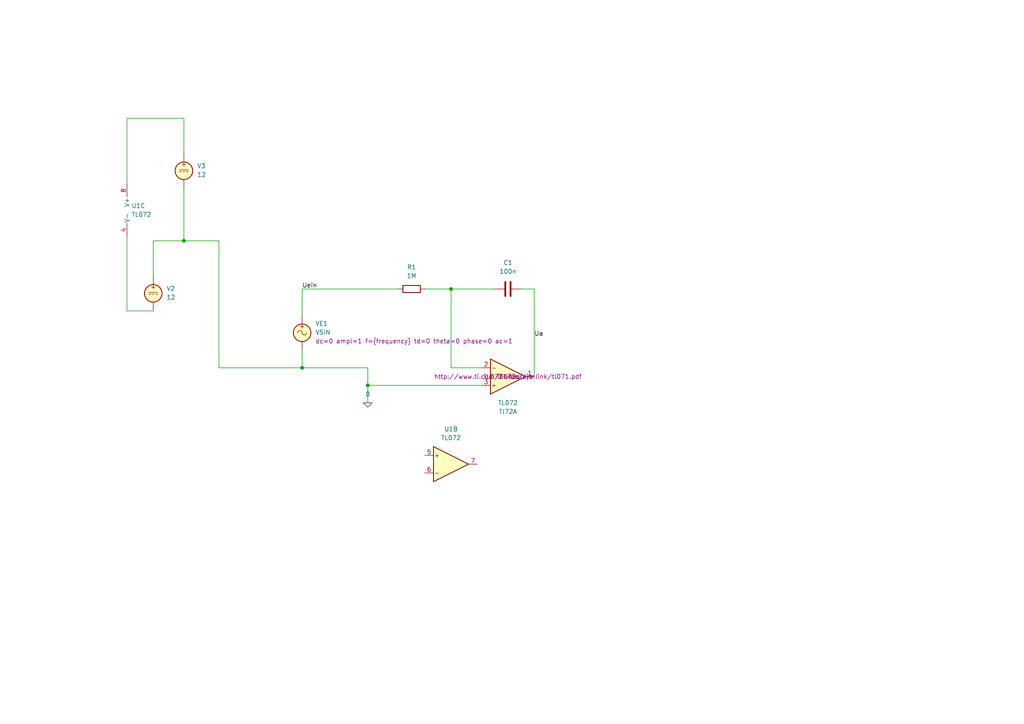
<source format=kicad_sch>
(kicad_sch (version 20230121) (generator eeschema)

  (uuid a0d6be7d-dc17-4140-af3a-dd06a84ffc83)

  (paper "A4")

  (lib_symbols
    (symbol "Amplifier_Operational:TL072" (pin_names (offset 0.127)) (in_bom yes) (on_board yes)
      (property "Reference" "U" (at 0 5.08 0)
        (effects (font (size 1.27 1.27)) (justify left))
      )
      (property "Value" "TL072" (at 0 -5.08 0)
        (effects (font (size 1.27 1.27)) (justify left))
      )
      (property "Footprint" "" (at 0 0 0)
        (effects (font (size 1.27 1.27)) hide)
      )
      (property "Datasheet" "http://www.ti.com/lit/ds/symlink/tl071.pdf" (at 0 0 0)
        (effects (font (size 1.27 1.27)) hide)
      )
      (property "ki_locked" "" (at 0 0 0)
        (effects (font (size 1.27 1.27)))
      )
      (property "ki_keywords" "dual opamp" (at 0 0 0)
        (effects (font (size 1.27 1.27)) hide)
      )
      (property "ki_description" "Dual Low-Noise JFET-Input Operational Amplifiers, DIP-8/SOIC-8" (at 0 0 0)
        (effects (font (size 1.27 1.27)) hide)
      )
      (property "ki_fp_filters" "SOIC*3.9x4.9mm*P1.27mm* DIP*W7.62mm* TO*99* OnSemi*Micro8* TSSOP*3x3mm*P0.65mm* TSSOP*4.4x3mm*P0.65mm* MSOP*3x3mm*P0.65mm* SSOP*3.9x4.9mm*P0.635mm* LFCSP*2x2mm*P0.5mm* *SIP* SOIC*5.3x6.2mm*P1.27mm*" (at 0 0 0)
        (effects (font (size 1.27 1.27)) hide)
      )
      (symbol "TL072_1_1"
        (polyline
          (pts
            (xy -5.08 5.08)
            (xy 5.08 0)
            (xy -5.08 -5.08)
            (xy -5.08 5.08)
          )
          (stroke (width 0.254) (type default))
          (fill (type background))
        )
        (pin output line (at 7.62 0 180) (length 2.54)
          (name "~" (effects (font (size 1.27 1.27))))
          (number "1" (effects (font (size 1.27 1.27))))
        )
        (pin input line (at -7.62 -2.54 0) (length 2.54)
          (name "-" (effects (font (size 1.27 1.27))))
          (number "2" (effects (font (size 1.27 1.27))))
        )
        (pin input line (at -7.62 2.54 0) (length 2.54)
          (name "+" (effects (font (size 1.27 1.27))))
          (number "3" (effects (font (size 1.27 1.27))))
        )
      )
      (symbol "TL072_2_1"
        (polyline
          (pts
            (xy -5.08 5.08)
            (xy 5.08 0)
            (xy -5.08 -5.08)
            (xy -5.08 5.08)
          )
          (stroke (width 0.254) (type default))
          (fill (type background))
        )
        (pin input line (at -7.62 2.54 0) (length 2.54)
          (name "+" (effects (font (size 1.27 1.27))))
          (number "5" (effects (font (size 1.27 1.27))))
        )
        (pin input line (at -7.62 -2.54 0) (length 2.54)
          (name "-" (effects (font (size 1.27 1.27))))
          (number "6" (effects (font (size 1.27 1.27))))
        )
        (pin output line (at 7.62 0 180) (length 2.54)
          (name "~" (effects (font (size 1.27 1.27))))
          (number "7" (effects (font (size 1.27 1.27))))
        )
      )
      (symbol "TL072_3_1"
        (pin power_in line (at -2.54 -7.62 90) (length 3.81)
          (name "V-" (effects (font (size 1.27 1.27))))
          (number "4" (effects (font (size 1.27 1.27))))
        )
        (pin power_in line (at -2.54 7.62 270) (length 3.81)
          (name "V+" (effects (font (size 1.27 1.27))))
          (number "8" (effects (font (size 1.27 1.27))))
        )
      )
    )
    (symbol "Device:C" (pin_numbers hide) (pin_names (offset 0.254)) (in_bom yes) (on_board yes)
      (property "Reference" "C" (at 0.635 2.54 0)
        (effects (font (size 1.27 1.27)) (justify left))
      )
      (property "Value" "C" (at 0.635 -2.54 0)
        (effects (font (size 1.27 1.27)) (justify left))
      )
      (property "Footprint" "" (at 0.9652 -3.81 0)
        (effects (font (size 1.27 1.27)) hide)
      )
      (property "Datasheet" "~" (at 0 0 0)
        (effects (font (size 1.27 1.27)) hide)
      )
      (property "ki_keywords" "cap capacitor" (at 0 0 0)
        (effects (font (size 1.27 1.27)) hide)
      )
      (property "ki_description" "Unpolarized capacitor" (at 0 0 0)
        (effects (font (size 1.27 1.27)) hide)
      )
      (property "ki_fp_filters" "C_*" (at 0 0 0)
        (effects (font (size 1.27 1.27)) hide)
      )
      (symbol "C_0_1"
        (polyline
          (pts
            (xy -2.032 -0.762)
            (xy 2.032 -0.762)
          )
          (stroke (width 0.508) (type default))
          (fill (type none))
        )
        (polyline
          (pts
            (xy -2.032 0.762)
            (xy 2.032 0.762)
          )
          (stroke (width 0.508) (type default))
          (fill (type none))
        )
      )
      (symbol "C_1_1"
        (pin passive line (at 0 3.81 270) (length 2.794)
          (name "~" (effects (font (size 1.27 1.27))))
          (number "1" (effects (font (size 1.27 1.27))))
        )
        (pin passive line (at 0 -3.81 90) (length 2.794)
          (name "~" (effects (font (size 1.27 1.27))))
          (number "2" (effects (font (size 1.27 1.27))))
        )
      )
    )
    (symbol "Device:R" (pin_numbers hide) (pin_names (offset 0)) (in_bom yes) (on_board yes)
      (property "Reference" "R" (at 2.032 0 90)
        (effects (font (size 1.27 1.27)))
      )
      (property "Value" "R" (at 0 0 90)
        (effects (font (size 1.27 1.27)))
      )
      (property "Footprint" "" (at -1.778 0 90)
        (effects (font (size 1.27 1.27)) hide)
      )
      (property "Datasheet" "~" (at 0 0 0)
        (effects (font (size 1.27 1.27)) hide)
      )
      (property "ki_keywords" "R res resistor" (at 0 0 0)
        (effects (font (size 1.27 1.27)) hide)
      )
      (property "ki_description" "Resistor" (at 0 0 0)
        (effects (font (size 1.27 1.27)) hide)
      )
      (property "ki_fp_filters" "R_*" (at 0 0 0)
        (effects (font (size 1.27 1.27)) hide)
      )
      (symbol "R_0_1"
        (rectangle (start -1.016 -2.54) (end 1.016 2.54)
          (stroke (width 0.254) (type default))
          (fill (type none))
        )
      )
      (symbol "R_1_1"
        (pin passive line (at 0 3.81 270) (length 1.27)
          (name "~" (effects (font (size 1.27 1.27))))
          (number "1" (effects (font (size 1.27 1.27))))
        )
        (pin passive line (at 0 -3.81 90) (length 1.27)
          (name "~" (effects (font (size 1.27 1.27))))
          (number "2" (effects (font (size 1.27 1.27))))
        )
      )
    )
    (symbol "Simulation_SPICE:0" (power) (pin_names (offset 0)) (in_bom yes) (on_board yes)
      (property "Reference" "#GND" (at 0 -2.54 0)
        (effects (font (size 1.27 1.27)) hide)
      )
      (property "Value" "0" (at 0 -1.778 0)
        (effects (font (size 1.27 1.27)))
      )
      (property "Footprint" "" (at 0 0 0)
        (effects (font (size 1.27 1.27)) hide)
      )
      (property "Datasheet" "~" (at 0 0 0)
        (effects (font (size 1.27 1.27)) hide)
      )
      (property "ki_keywords" "simulation" (at 0 0 0)
        (effects (font (size 1.27 1.27)) hide)
      )
      (property "ki_description" "0V reference potential for simulation" (at 0 0 0)
        (effects (font (size 1.27 1.27)) hide)
      )
      (symbol "0_0_1"
        (polyline
          (pts
            (xy -1.27 0)
            (xy 0 -1.27)
            (xy 1.27 0)
            (xy -1.27 0)
          )
          (stroke (width 0) (type default))
          (fill (type none))
        )
      )
      (symbol "0_1_1"
        (pin power_in line (at 0 0 0) (length 0) hide
          (name "0" (effects (font (size 1.016 1.016))))
          (number "1" (effects (font (size 1.016 1.016))))
        )
      )
    )
    (symbol "Simulation_SPICE:VDC" (pin_numbers hide) (pin_names (offset 0.0254)) (in_bom yes) (on_board yes)
      (property "Reference" "V" (at 2.54 2.54 0)
        (effects (font (size 1.27 1.27)) (justify left))
      )
      (property "Value" "1" (at 2.54 0 0)
        (effects (font (size 1.27 1.27)) (justify left))
      )
      (property "Footprint" "" (at 0 0 0)
        (effects (font (size 1.27 1.27)) hide)
      )
      (property "Datasheet" "~" (at 0 0 0)
        (effects (font (size 1.27 1.27)) hide)
      )
      (property "Sim.Pins" "1=+ 2=-" (at 0 0 0)
        (effects (font (size 1.27 1.27)) hide)
      )
      (property "Sim.Type" "DC" (at 0 0 0)
        (effects (font (size 1.27 1.27)) hide)
      )
      (property "Sim.Device" "V" (at 0 0 0)
        (effects (font (size 1.27 1.27)) (justify left) hide)
      )
      (property "ki_keywords" "simulation" (at 0 0 0)
        (effects (font (size 1.27 1.27)) hide)
      )
      (property "ki_description" "Voltage source, DC" (at 0 0 0)
        (effects (font (size 1.27 1.27)) hide)
      )
      (symbol "VDC_0_0"
        (polyline
          (pts
            (xy -1.27 0.254)
            (xy 1.27 0.254)
          )
          (stroke (width 0) (type default))
          (fill (type none))
        )
        (polyline
          (pts
            (xy -0.762 -0.254)
            (xy -1.27 -0.254)
          )
          (stroke (width 0) (type default))
          (fill (type none))
        )
        (polyline
          (pts
            (xy 0.254 -0.254)
            (xy -0.254 -0.254)
          )
          (stroke (width 0) (type default))
          (fill (type none))
        )
        (polyline
          (pts
            (xy 1.27 -0.254)
            (xy 0.762 -0.254)
          )
          (stroke (width 0) (type default))
          (fill (type none))
        )
        (text "+" (at 0 1.905 0)
          (effects (font (size 1.27 1.27)))
        )
      )
      (symbol "VDC_0_1"
        (circle (center 0 0) (radius 2.54)
          (stroke (width 0.254) (type default))
          (fill (type background))
        )
      )
      (symbol "VDC_1_1"
        (pin passive line (at 0 5.08 270) (length 2.54)
          (name "~" (effects (font (size 1.27 1.27))))
          (number "1" (effects (font (size 1.27 1.27))))
        )
        (pin passive line (at 0 -5.08 90) (length 2.54)
          (name "~" (effects (font (size 1.27 1.27))))
          (number "2" (effects (font (size 1.27 1.27))))
        )
      )
    )
    (symbol "Simulation_SPICE:VSIN" (pin_numbers hide) (pin_names (offset 0.0254)) (in_bom yes) (on_board yes)
      (property "Reference" "V" (at 2.54 2.54 0)
        (effects (font (size 1.27 1.27)) (justify left))
      )
      (property "Value" "VSIN" (at 2.54 0 0)
        (effects (font (size 1.27 1.27)) (justify left))
      )
      (property "Footprint" "" (at 0 0 0)
        (effects (font (size 1.27 1.27)) hide)
      )
      (property "Datasheet" "~" (at 0 0 0)
        (effects (font (size 1.27 1.27)) hide)
      )
      (property "Sim.Pins" "1=+ 2=-" (at 0 0 0)
        (effects (font (size 1.27 1.27)) hide)
      )
      (property "Sim.Params" "dc=0 ampl=1 f=1k ac=1" (at 2.54 -2.54 0)
        (effects (font (size 1.27 1.27)) (justify left))
      )
      (property "Sim.Type" "SIN" (at 0 0 0)
        (effects (font (size 1.27 1.27)) hide)
      )
      (property "Sim.Device" "V" (at 0 0 0)
        (effects (font (size 1.27 1.27)) (justify left) hide)
      )
      (property "ki_keywords" "simulation ac vac" (at 0 0 0)
        (effects (font (size 1.27 1.27)) hide)
      )
      (property "ki_description" "Voltage source, sinusoidal" (at 0 0 0)
        (effects (font (size 1.27 1.27)) hide)
      )
      (symbol "VSIN_0_0"
        (arc (start 0 0) (mid -0.635 0.6323) (end -1.27 0)
          (stroke (width 0) (type default))
          (fill (type none))
        )
        (arc (start 0 0) (mid 0.635 -0.6323) (end 1.27 0)
          (stroke (width 0) (type default))
          (fill (type none))
        )
        (text "+" (at 0 1.905 0)
          (effects (font (size 1.27 1.27)))
        )
      )
      (symbol "VSIN_0_1"
        (circle (center 0 0) (radius 2.54)
          (stroke (width 0.254) (type default))
          (fill (type background))
        )
      )
      (symbol "VSIN_1_1"
        (pin passive line (at 0 5.08 270) (length 2.54)
          (name "~" (effects (font (size 1.27 1.27))))
          (number "1" (effects (font (size 1.27 1.27))))
        )
        (pin passive line (at 0 -5.08 90) (length 2.54)
          (name "~" (effects (font (size 1.27 1.27))))
          (number "2" (effects (font (size 1.27 1.27))))
        )
      )
    )
  )

  (junction (at 130.81 83.82) (diameter 0) (color 0 0 0 0)
    (uuid 1f35fd92-9f48-4cac-90cb-c38c084c738f)
  )
  (junction (at 53.34 69.85) (diameter 0) (color 0 0 0 0)
    (uuid 86252a3a-48c5-44c5-b7c2-a5f700e6abfb)
  )
  (junction (at 87.63 106.68) (diameter 0) (color 0 0 0 0)
    (uuid cc3160a8-bafb-4e8a-bc64-91debfc21402)
  )
  (junction (at 106.68 111.76) (diameter 0) (color 0 0 0 0)
    (uuid e516277c-6c88-4af1-a7df-3ee067d8c257)
  )

  (wire (pts (xy 44.45 90.17) (xy 36.83 90.17))
    (stroke (width 0) (type default))
    (uuid 02f81055-2402-4705-92b7-ca64823c6e75)
  )
  (wire (pts (xy 139.7 106.68) (xy 130.81 106.68))
    (stroke (width 0) (type default))
    (uuid 165f7539-cdb9-4671-af8a-ae2e5f916802)
  )
  (wire (pts (xy 106.68 106.68) (xy 106.68 111.76))
    (stroke (width 0) (type default))
    (uuid 3c7e9846-ff82-4885-b90b-35f4024cfe4a)
  )
  (wire (pts (xy 87.63 83.82) (xy 87.63 91.44))
    (stroke (width 0) (type default))
    (uuid 3daa52b0-0ea2-4a77-be4d-7af8858def61)
  )
  (wire (pts (xy 106.68 106.68) (xy 87.63 106.68))
    (stroke (width 0) (type default))
    (uuid 55351f52-36da-4d3a-acba-ee89c4a42f66)
  )
  (wire (pts (xy 106.68 111.76) (xy 106.68 116.84))
    (stroke (width 0) (type default))
    (uuid 574781a6-846a-45f3-a62e-6595103c47cc)
  )
  (wire (pts (xy 87.63 101.6) (xy 87.63 106.68))
    (stroke (width 0) (type default))
    (uuid 7b9a8a62-81c0-4e81-a500-d2e449367006)
  )
  (wire (pts (xy 154.94 83.82) (xy 151.13 83.82))
    (stroke (width 0) (type default))
    (uuid 8486a0c4-d956-4db6-ab66-1f8f3b0e541a)
  )
  (wire (pts (xy 36.83 34.29) (xy 36.83 53.34))
    (stroke (width 0) (type default))
    (uuid 866e76a0-5915-497a-a54d-c31a96e519f0)
  )
  (wire (pts (xy 106.68 111.76) (xy 139.7 111.76))
    (stroke (width 0) (type default))
    (uuid 8894621d-c6b5-4777-93a2-e97201ba0788)
  )
  (wire (pts (xy 63.5 106.68) (xy 63.5 69.85))
    (stroke (width 0) (type default))
    (uuid 88c4765e-8d63-4515-8c93-24c48b0afbcb)
  )
  (wire (pts (xy 130.81 83.82) (xy 143.51 83.82))
    (stroke (width 0) (type default))
    (uuid 913c1c15-649b-46b0-a59e-47128f0b8f5d)
  )
  (wire (pts (xy 63.5 69.85) (xy 53.34 69.85))
    (stroke (width 0) (type default))
    (uuid 9296fdb7-fcdc-4fea-9812-f44b8bc846ba)
  )
  (wire (pts (xy 130.81 83.82) (xy 130.81 106.68))
    (stroke (width 0) (type default))
    (uuid a90e3185-ab4a-4a10-a728-d54356b80da2)
  )
  (wire (pts (xy 44.45 80.01) (xy 44.45 69.85))
    (stroke (width 0) (type default))
    (uuid ad6cc981-a97b-404e-a404-e7df8c271493)
  )
  (wire (pts (xy 123.19 83.82) (xy 130.81 83.82))
    (stroke (width 0) (type default))
    (uuid ae08ae5d-fde6-4ea2-9c83-1ddf062fd0a3)
  )
  (wire (pts (xy 44.45 69.85) (xy 53.34 69.85))
    (stroke (width 0) (type default))
    (uuid b64a0165-f491-4026-bc26-9fb3c938dc60)
  )
  (wire (pts (xy 154.94 83.82) (xy 154.94 109.22))
    (stroke (width 0) (type default))
    (uuid bc0c08c6-e1ec-4cc3-85f1-8d9d5a9c29f1)
  )
  (wire (pts (xy 53.34 34.29) (xy 36.83 34.29))
    (stroke (width 0) (type default))
    (uuid c8f142e7-1567-40cf-a7a7-4756f2621efc)
  )
  (wire (pts (xy 115.57 83.82) (xy 87.63 83.82))
    (stroke (width 0) (type default))
    (uuid d4804765-a759-4ca5-ab4d-aa08192f3f80)
  )
  (wire (pts (xy 53.34 44.45) (xy 53.34 34.29))
    (stroke (width 0) (type default))
    (uuid dd00f2fc-04bc-4fff-ab5d-de5b9e3efe1a)
  )
  (wire (pts (xy 36.83 68.58) (xy 36.83 90.17))
    (stroke (width 0) (type default))
    (uuid e57cc661-7e38-4384-9aec-a58b6150f77c)
  )
  (wire (pts (xy 53.34 69.85) (xy 53.34 54.61))
    (stroke (width 0) (type default))
    (uuid f47be158-df7a-4c81-83f0-b059b6cfaace)
  )
  (wire (pts (xy 87.63 106.68) (xy 63.5 106.68))
    (stroke (width 0) (type default))
    (uuid fc99ac9c-f19c-4ca4-b3d5-97e85b38035d)
  )

  (label "Ua" (at 154.94 97.79 0) (fields_autoplaced)
    (effects (font (size 1.27 1.27)) (justify left bottom))
    (uuid 7e3df5a3-0ce2-4ada-a24c-f9458b09ddda)
  )
  (label "Uein" (at 87.63 83.82 0) (fields_autoplaced)
    (effects (font (size 1.27 1.27)) (justify left bottom))
    (uuid b1f9b521-b933-4abb-aa90-3d9ee656b9b3)
  )

  (symbol (lib_id "Device:C") (at 147.32 83.82 90) (unit 1)
    (in_bom yes) (on_board yes) (dnp no) (fields_autoplaced)
    (uuid 23a299bc-1994-4951-861f-8a8dd629ca8e)
    (property "Reference" "C1" (at 147.32 76.2 90)
      (effects (font (size 1.27 1.27)))
    )
    (property "Value" "100n" (at 147.32 78.74 90)
      (effects (font (size 1.27 1.27)))
    )
    (property "Footprint" "" (at 151.13 82.8548 0)
      (effects (font (size 1.27 1.27)) hide)
    )
    (property "Datasheet" "~" (at 147.32 83.82 0)
      (effects (font (size 1.27 1.27)) hide)
    )
    (property "Sim.Device" "C" (at 147.32 83.82 0)
      (effects (font (size 1.27 1.27)) hide)
    )
    (property "Sim.Pins" "1=+ 2=-" (at 147.32 83.82 0)
      (effects (font (size 1.27 1.27)) hide)
    )
    (pin "1" (uuid d00bca0d-59e2-4e4d-ba35-8205131f2944))
    (pin "2" (uuid c5f77afa-fd04-465d-9a15-4854044b273e))
    (instances
      (project "3"
        (path "/a0d6be7d-dc17-4140-af3a-dd06a84ffc83"
          (reference "C1") (unit 1)
        )
      )
    )
  )

  (symbol (lib_id "Simulation_SPICE:VDC") (at 44.45 85.09 0) (unit 1)
    (in_bom yes) (on_board yes) (dnp no) (fields_autoplaced)
    (uuid 4a9780d9-4abb-4bb7-b1d5-8668617a5cbe)
    (property "Reference" "V2" (at 48.26 83.6902 0)
      (effects (font (size 1.27 1.27)) (justify left))
    )
    (property "Value" "12" (at 48.26 86.2302 0)
      (effects (font (size 1.27 1.27)) (justify left))
    )
    (property "Footprint" "" (at 44.45 85.09 0)
      (effects (font (size 1.27 1.27)) hide)
    )
    (property "Datasheet" "~" (at 44.45 85.09 0)
      (effects (font (size 1.27 1.27)) hide)
    )
    (property "Sim.Pins" "1=+ 2=-" (at 44.45 85.09 0)
      (effects (font (size 1.27 1.27)) hide)
    )
    (property "Sim.Type" "DC" (at 44.45 85.09 0)
      (effects (font (size 1.27 1.27)) hide)
    )
    (property "Sim.Device" "V" (at 44.45 85.09 0)
      (effects (font (size 1.27 1.27)) (justify left) hide)
    )
    (pin "2" (uuid 1f848146-83f7-40b4-be5f-39220f8c7245))
    (pin "1" (uuid 5b853a9f-44f8-46ad-ada1-478ca37e9f15))
    (instances
      (project "3"
        (path "/a0d6be7d-dc17-4140-af3a-dd06a84ffc83"
          (reference "V2") (unit 1)
        )
      )
    )
  )

  (symbol (lib_id "Simulation_SPICE:0") (at 106.68 116.84 0) (unit 1)
    (in_bom yes) (on_board yes) (dnp no) (fields_autoplaced)
    (uuid 5bb1830c-0dea-47f2-930d-de68e243c162)
    (property "Reference" "#GND01" (at 106.68 119.38 0)
      (effects (font (size 1.27 1.27)) hide)
    )
    (property "Value" "0" (at 106.68 114.3 0)
      (effects (font (size 1.27 1.27)))
    )
    (property "Footprint" "" (at 106.68 116.84 0)
      (effects (font (size 1.27 1.27)) hide)
    )
    (property "Datasheet" "~" (at 106.68 116.84 0)
      (effects (font (size 1.27 1.27)) hide)
    )
    (pin "1" (uuid 15725f75-be4e-465a-bf2e-44548a095aff))
    (instances
      (project "3"
        (path "/a0d6be7d-dc17-4140-af3a-dd06a84ffc83"
          (reference "#GND01") (unit 1)
        )
      )
    )
  )

  (symbol (lib_id "Simulation_SPICE:VDC") (at 53.34 49.53 0) (unit 1)
    (in_bom yes) (on_board yes) (dnp no) (fields_autoplaced)
    (uuid aac2a6bf-a83a-45d9-8415-26aac6f2d3e6)
    (property "Reference" "V3" (at 57.15 48.1302 0)
      (effects (font (size 1.27 1.27)) (justify left))
    )
    (property "Value" "12" (at 57.15 50.6702 0)
      (effects (font (size 1.27 1.27)) (justify left))
    )
    (property "Footprint" "" (at 53.34 49.53 0)
      (effects (font (size 1.27 1.27)) hide)
    )
    (property "Datasheet" "~" (at 53.34 49.53 0)
      (effects (font (size 1.27 1.27)) hide)
    )
    (property "Sim.Pins" "1=+ 2=-" (at 53.34 49.53 0)
      (effects (font (size 1.27 1.27)) hide)
    )
    (property "Sim.Type" "DC" (at 53.34 49.53 0)
      (effects (font (size 1.27 1.27)) hide)
    )
    (property "Sim.Device" "V" (at 53.34 49.53 0)
      (effects (font (size 1.27 1.27)) (justify left) hide)
    )
    (pin "2" (uuid f0671fb6-8fed-4f69-935a-606c40236b77))
    (pin "1" (uuid c2aa18d2-dced-45c1-a4e9-b1acc9c412fe))
    (instances
      (project "3"
        (path "/a0d6be7d-dc17-4140-af3a-dd06a84ffc83"
          (reference "V3") (unit 1)
        )
      )
    )
  )

  (symbol (lib_id "Device:R") (at 119.38 83.82 90) (unit 1)
    (in_bom yes) (on_board yes) (dnp no) (fields_autoplaced)
    (uuid af979050-c4a8-4a3b-9f6a-9ebda04ab292)
    (property "Reference" "R1" (at 119.38 77.47 90)
      (effects (font (size 1.27 1.27)))
    )
    (property "Value" "1M" (at 119.38 80.01 90)
      (effects (font (size 1.27 1.27)))
    )
    (property "Footprint" "" (at 119.38 85.598 90)
      (effects (font (size 1.27 1.27)) hide)
    )
    (property "Datasheet" "~" (at 119.38 83.82 0)
      (effects (font (size 1.27 1.27)) hide)
    )
    (pin "2" (uuid 1bc8296c-56e4-4382-893c-3095d961ad54))
    (pin "1" (uuid 5f6878f6-c8b8-416e-9cac-ccb5267f8bba))
    (instances
      (project "3"
        (path "/a0d6be7d-dc17-4140-af3a-dd06a84ffc83"
          (reference "R1") (unit 1)
        )
      )
    )
  )

  (symbol (lib_id "Simulation_SPICE:VSIN") (at 87.63 96.52 0) (unit 1)
    (in_bom yes) (on_board yes) (dnp no) (fields_autoplaced)
    (uuid b1d42a12-d409-453d-ae0d-87399f820a9a)
    (property "Reference" "VE1" (at 91.44 93.8502 0)
      (effects (font (size 1.27 1.27)) (justify left))
    )
    (property "Value" "VSIN" (at 91.44 96.3902 0)
      (effects (font (size 1.27 1.27)) (justify left))
    )
    (property "Footprint" "" (at 87.63 96.52 0)
      (effects (font (size 1.27 1.27)) hide)
    )
    (property "Datasheet" "~" (at 87.63 96.52 0)
      (effects (font (size 1.27 1.27)) hide)
    )
    (property "Sim.Pins" "1=+ 2=-" (at 87.63 96.52 0)
      (effects (font (size 1.27 1.27)) hide)
    )
    (property "Sim.Params" "dc=0 ampl=1 f={frequency} td=0 theta=0 phase=0 ac=1" (at 91.44 98.9302 0)
      (effects (font (size 1.27 1.27)) (justify left))
    )
    (property "Sim.Type" "SIN" (at 87.63 96.52 0)
      (effects (font (size 1.27 1.27)) hide)
    )
    (property "Sim.Device" "V" (at 87.63 96.52 0)
      (effects (font (size 1.27 1.27)) (justify left) hide)
    )
    (pin "1" (uuid 971c9086-ca18-4f94-bb16-64f540aa58aa))
    (pin "2" (uuid c5d037e6-3a7d-4559-87df-8505861b56a6))
    (instances
      (project "3"
        (path "/a0d6be7d-dc17-4140-af3a-dd06a84ffc83"
          (reference "VE1") (unit 1)
        )
      )
    )
  )

  (symbol (lib_id "Amplifier_Operational:TL072") (at 147.32 109.22 0) (mirror x) (unit 1)
    (in_bom yes) (on_board yes) (dnp no)
    (uuid c64f4e48-efb6-4690-b497-7a574294b086)
    (property "Reference" "Tl72" (at 147.32 119.38 0)
      (effects (font (size 1.27 1.27)))
    )
    (property "Value" "TL072" (at 147.32 116.84 0)
      (effects (font (size 1.27 1.27)))
    )
    (property "Footprint" "" (at 147.32 109.22 0)
      (effects (font (size 1.27 1.27)))
    )
    (property "Datasheet" "http://www.ti.com/lit/ds/symlink/tl071.pdf" (at 147.32 109.22 0)
      (effects (font (size 1.27 1.27)))
    )
    (property "Sim.Library" "TL072-dual.lib" (at 147.32 109.22 0)
      (effects (font (size 1.27 1.27)))
    )
    (property "Sim.Name" "TL072c" (at 147.32 109.22 0)
      (effects (font (size 1.27 1.27)))
    )
    (property "Sim.Device" "SUBCKT" (at 147.32 109.22 0)
      (effects (font (size 1.27 1.27)) hide)
    )
    (property "Sim.Pins" "1=1out 2=1in- 3=1in+ 4=vcc- 5=2in+ 6=2in- 7=2out 8=vcc+" (at 147.32 109.22 0)
      (effects (font (size 1.27 1.27)) hide)
    )
    (pin "6" (uuid e97b4e80-c86f-40ec-94ac-bda6530dd91b))
    (pin "7" (uuid e83e4ad7-9af9-490a-8b57-4003a274409d))
    (pin "4" (uuid 03333a13-bce2-4c00-b1b3-17755a633886))
    (pin "1" (uuid 0ec23d32-ff66-4a85-b392-eea22fe4fa9d))
    (pin "8" (uuid 3b300f1b-aebf-4ebf-b5b1-d6b6aff98559))
    (pin "3" (uuid 04c1720a-13a5-4915-a568-e17c707e7013))
    (pin "2" (uuid d93d3fc5-9740-4246-ac43-82bf2310413b))
    (pin "5" (uuid 12a8597b-ccd2-487d-914e-077f39243c2f))
    (instances
      (project "3"
        (path "/a0d6be7d-dc17-4140-af3a-dd06a84ffc83"
          (reference "Tl72") (unit 1)
        )
      )
    )
  )

  (symbol (lib_id "Amplifier_Operational:TL072") (at 39.37 60.96 0) (unit 3)
    (in_bom yes) (on_board yes) (dnp no) (fields_autoplaced)
    (uuid d3128ffc-ea09-409b-ac88-0e4686dfff11)
    (property "Reference" "U1" (at 38.1 59.69 0)
      (effects (font (size 1.27 1.27)) (justify left))
    )
    (property "Value" "TL072" (at 38.1 62.23 0)
      (effects (font (size 1.27 1.27)) (justify left))
    )
    (property "Footprint" "" (at 39.37 60.96 0)
      (effects (font (size 1.27 1.27)) hide)
    )
    (property "Datasheet" "http://www.ti.com/lit/ds/symlink/tl071.pdf" (at 39.37 60.96 0)
      (effects (font (size 1.27 1.27)) hide)
    )
    (property "Sim.Library" "TL072-dual.lib" (at 39.37 60.96 0)
      (effects (font (size 1.27 1.27)) hide)
    )
    (property "Sim.Name" "TL072c" (at 39.37 60.96 0)
      (effects (font (size 1.27 1.27)) hide)
    )
    (property "Sim.Device" "SUBCKT" (at 39.37 60.96 0)
      (effects (font (size 1.27 1.27)) hide)
    )
    (property "Sim.Pins" "1=1out 2=1in- 3=1in+ 4=vcc- 5=2in+ 6=2in- 7=2out 8=vcc+" (at 39.37 60.96 0)
      (effects (font (size 1.27 1.27)) hide)
    )
    (pin "6" (uuid e97b4e80-c86f-40ec-94ac-bda6530dd91c))
    (pin "7" (uuid e83e4ad7-9af9-490a-8b57-4003a274409e))
    (pin "4" (uuid 03333a13-bce2-4c00-b1b3-17755a633887))
    (pin "1" (uuid 0ec23d32-ff66-4a85-b392-eea22fe4fa9e))
    (pin "8" (uuid 3b300f1b-aebf-4ebf-b5b1-d6b6aff9855a))
    (pin "3" (uuid 04c1720a-13a5-4915-a568-e17c707e7014))
    (pin "2" (uuid d93d3fc5-9740-4246-ac43-82bf2310413c))
    (pin "5" (uuid 12a8597b-ccd2-487d-914e-077f39243c30))
    (instances
      (project "3"
        (path "/a0d6be7d-dc17-4140-af3a-dd06a84ffc83"
          (reference "U1") (unit 3)
        )
      )
    )
  )

  (symbol (lib_id "Amplifier_Operational:TL072") (at 130.81 134.62 0) (unit 2)
    (in_bom yes) (on_board yes) (dnp no) (fields_autoplaced)
    (uuid d87ca06a-2c2b-4661-97ab-693a5de0577d)
    (property "Reference" "U1" (at 130.81 124.46 0)
      (effects (font (size 1.27 1.27)))
    )
    (property "Value" "TL072" (at 130.81 127 0)
      (effects (font (size 1.27 1.27)))
    )
    (property "Footprint" "" (at 130.81 134.62 0)
      (effects (font (size 1.27 1.27)) hide)
    )
    (property "Datasheet" "http://www.ti.com/lit/ds/symlink/tl071.pdf" (at 130.81 134.62 0)
      (effects (font (size 1.27 1.27)) hide)
    )
    (property "Sim.Library" "TL072-dual.lib" (at 130.81 134.62 0)
      (effects (font (size 1.27 1.27)) hide)
    )
    (property "Sim.Name" "TL072c" (at 130.81 134.62 0)
      (effects (font (size 1.27 1.27)) hide)
    )
    (property "Sim.Device" "SUBCKT" (at 130.81 134.62 0)
      (effects (font (size 1.27 1.27)) hide)
    )
    (property "Sim.Pins" "1=1out 2=1in- 3=1in+ 4=vcc- 5=2in+ 6=2in- 7=2out 8=vcc+" (at 130.81 134.62 0)
      (effects (font (size 1.27 1.27)) hide)
    )
    (pin "6" (uuid e97b4e80-c86f-40ec-94ac-bda6530dd91d))
    (pin "7" (uuid e83e4ad7-9af9-490a-8b57-4003a274409f))
    (pin "4" (uuid 03333a13-bce2-4c00-b1b3-17755a633888))
    (pin "1" (uuid 0ec23d32-ff66-4a85-b392-eea22fe4fa9f))
    (pin "8" (uuid 3b300f1b-aebf-4ebf-b5b1-d6b6aff9855b))
    (pin "3" (uuid 04c1720a-13a5-4915-a568-e17c707e7015))
    (pin "2" (uuid d93d3fc5-9740-4246-ac43-82bf2310413d))
    (pin "5" (uuid 12a8597b-ccd2-487d-914e-077f39243c31))
    (instances
      (project "3"
        (path "/a0d6be7d-dc17-4140-af3a-dd06a84ffc83"
          (reference "U1") (unit 2)
        )
      )
    )
  )

  (sheet_instances
    (path "/" (page "1"))
  )
)

</source>
